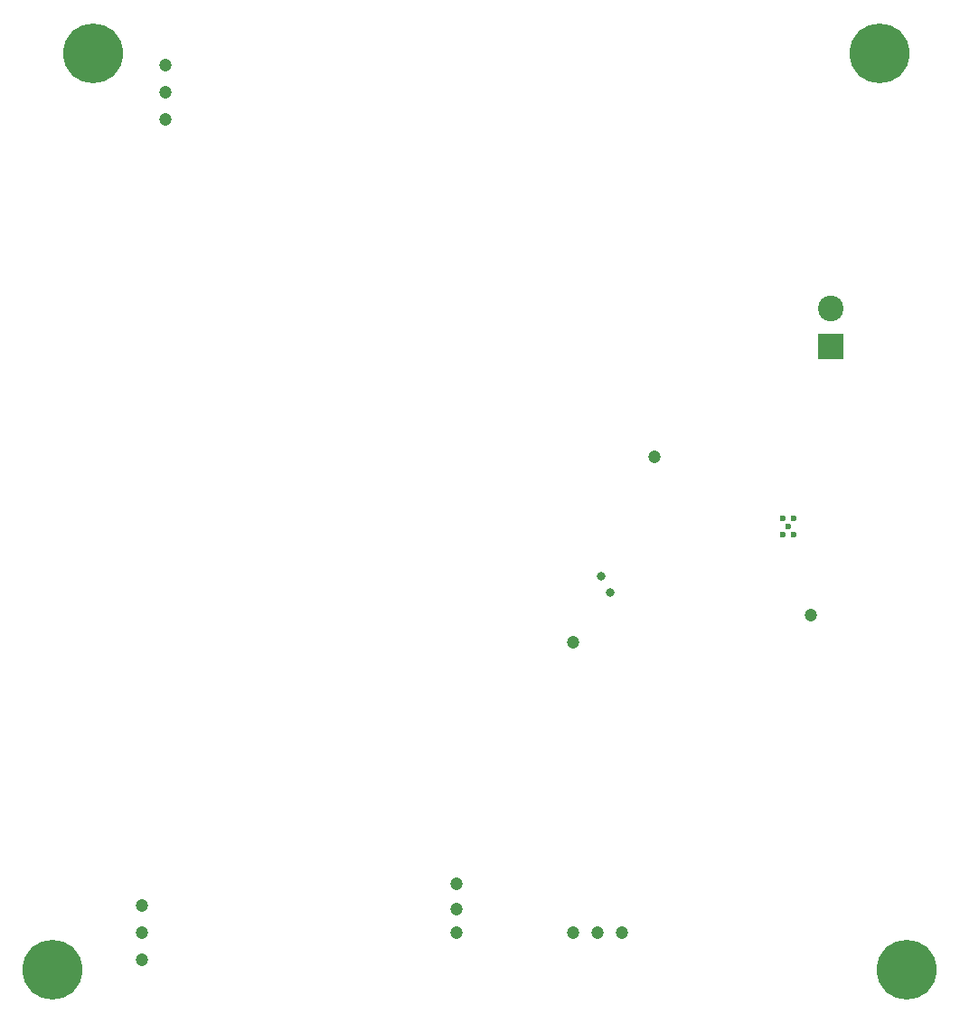
<source format=gbr>
%TF.GenerationSoftware,KiCad,Pcbnew,6.0.9*%
%TF.CreationDate,2022-12-12T20:01:49-05:00*%
%TF.ProjectId,piridium-eps,70697269-6469-4756-9d2d-6570732e6b69,rev?*%
%TF.SameCoordinates,Original*%
%TF.FileFunction,Copper,L2,Inr*%
%TF.FilePolarity,Positive*%
%FSLAX46Y46*%
G04 Gerber Fmt 4.6, Leading zero omitted, Abs format (unit mm)*
G04 Created by KiCad (PCBNEW 6.0.9) date 2022-12-12 20:01:49*
%MOMM*%
%LPD*%
G01*
G04 APERTURE LIST*
%TA.AperFunction,ComponentPad*%
%ADD10C,5.600000*%
%TD*%
%TA.AperFunction,ComponentPad*%
%ADD11R,2.400000X2.400000*%
%TD*%
%TA.AperFunction,ComponentPad*%
%ADD12C,2.400000*%
%TD*%
%TA.AperFunction,ComponentPad*%
%ADD13C,0.600000*%
%TD*%
%TA.AperFunction,ViaPad*%
%ADD14C,1.200000*%
%TD*%
%TA.AperFunction,ViaPad*%
%ADD15C,0.800000*%
%TD*%
G04 APERTURE END LIST*
D10*
%TO.N,GND*%
%TO.C,MH1*%
X110490000Y-55880000D03*
%TD*%
%TO.N,GND*%
%TO.C,MH2*%
X184150000Y-55880000D03*
%TD*%
%TO.N,GND*%
%TO.C,MH3*%
X186690000Y-141610000D03*
%TD*%
%TO.N,GND*%
%TO.C,MH4*%
X106680000Y-141610000D03*
%TD*%
D11*
%TO.N,+BATT*%
%TO.C,J1*%
X179578000Y-83256000D03*
D12*
%TO.N,GND*%
X179578000Y-79756000D03*
%TD*%
D13*
%TO.N,-BATT*%
%TO.C,U1*%
X176082500Y-99390500D03*
X175082500Y-99390500D03*
X175082500Y-100890500D03*
X175582500Y-100140500D03*
X176082500Y-100890500D03*
%TD*%
D14*
%TO.N,GND*%
X177727000Y-108458000D03*
%TO.N,+BATT*%
X155448000Y-138136000D03*
X160020000Y-138136000D03*
X157734000Y-138176000D03*
%TO.N,Net-(BT1-Pad2)*%
X144486000Y-138176000D03*
X144486000Y-135930000D03*
X117201000Y-62016000D03*
X144526000Y-133604000D03*
X117201000Y-59476000D03*
X163068000Y-93578000D03*
X117201000Y-56936000D03*
%TO.N,-BATT*%
X155448000Y-110998000D03*
D15*
X158064385Y-104786385D03*
X158894615Y-106295000D03*
D14*
X115062000Y-140716000D03*
X115062000Y-138176000D03*
X115062000Y-135636000D03*
%TD*%
M02*

</source>
